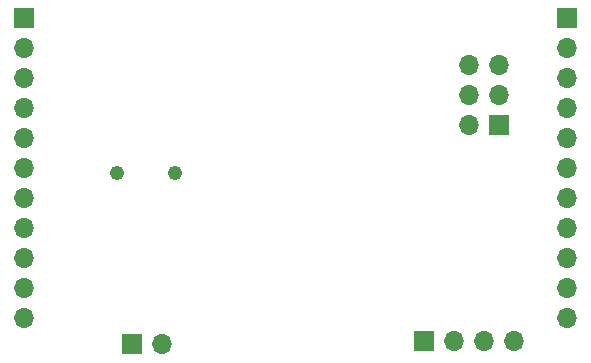
<source format=gbr>
%TF.GenerationSoftware,KiCad,Pcbnew,7.0.6-7.0.6~ubuntu22.04.1*%
%TF.CreationDate,2023-08-04T06:45:18-03:00*%
%TF.ProjectId,RF_Board,52465f42-6f61-4726-942e-6b696361645f,rev?*%
%TF.SameCoordinates,Original*%
%TF.FileFunction,Soldermask,Bot*%
%TF.FilePolarity,Negative*%
%FSLAX46Y46*%
G04 Gerber Fmt 4.6, Leading zero omitted, Abs format (unit mm)*
G04 Created by KiCad (PCBNEW 7.0.6-7.0.6~ubuntu22.04.1) date 2023-08-04 06:45:18*
%MOMM*%
%LPD*%
G01*
G04 APERTURE LIST*
%ADD10R,1.700000X1.700000*%
%ADD11O,1.700000X1.700000*%
%ADD12C,1.247000*%
G04 APERTURE END LIST*
D10*
%TO.C,J5*%
X184125000Y-94880000D03*
D11*
X186665000Y-94880000D03*
%TD*%
D10*
%TO.C,J7*%
X221000000Y-67270000D03*
D11*
X221000000Y-69810000D03*
X221000000Y-72350000D03*
X221000000Y-74890000D03*
X221000000Y-77430000D03*
X221000000Y-79970000D03*
X221000000Y-82510000D03*
X221000000Y-85050000D03*
X221000000Y-87590000D03*
X221000000Y-90130000D03*
X221000000Y-92670000D03*
%TD*%
D10*
%TO.C,J4*%
X215175000Y-76355000D03*
D11*
X212635000Y-76355000D03*
X215175000Y-73815000D03*
X212635000Y-73815000D03*
X215175000Y-71275000D03*
X212635000Y-71275000D03*
%TD*%
D10*
%TO.C,J3*%
X208850000Y-94640000D03*
D11*
X211390000Y-94640000D03*
X213930000Y-94640000D03*
X216470000Y-94640000D03*
%TD*%
D10*
%TO.C,J6*%
X175000000Y-67270000D03*
D11*
X175000000Y-69810000D03*
X175000000Y-72350000D03*
X175000000Y-74890000D03*
X175000000Y-77430000D03*
X175000000Y-79970000D03*
X175000000Y-82510000D03*
X175000000Y-85050000D03*
X175000000Y-87590000D03*
X175000000Y-90130000D03*
X175000000Y-92670000D03*
%TD*%
D12*
%TO.C,Y1*%
X182880000Y-80350000D03*
X187760000Y-80350000D03*
%TD*%
M02*

</source>
